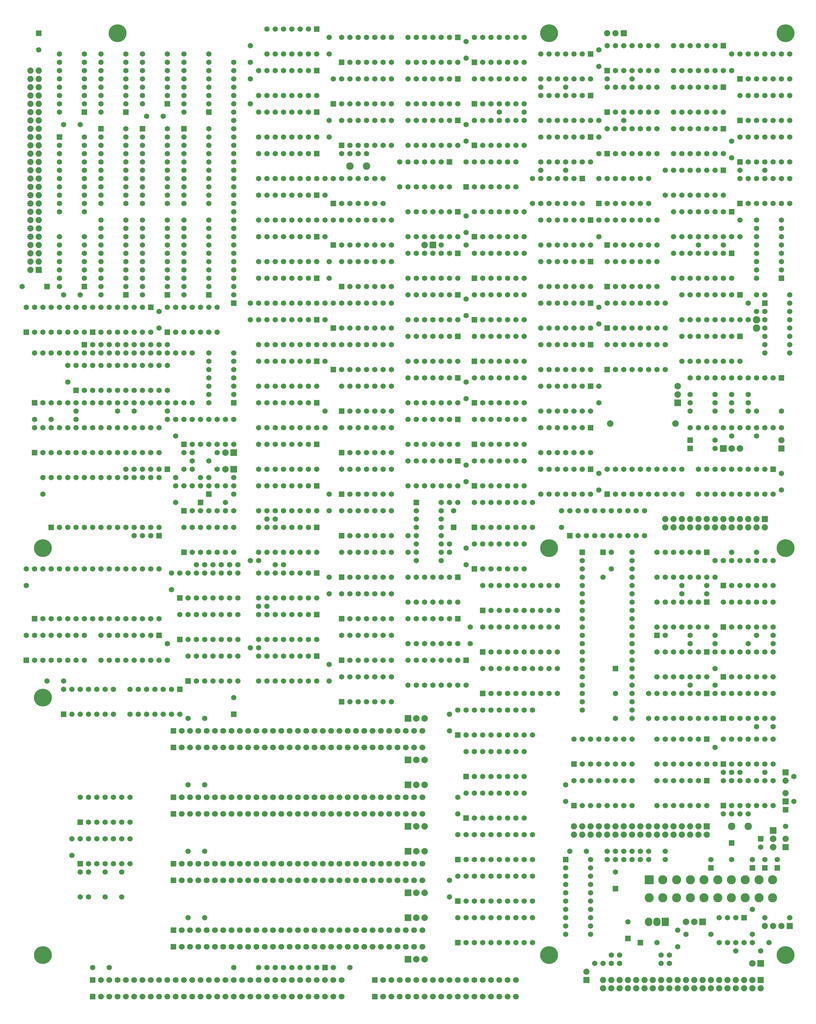
<source format=gts>
G04*
G04  File:            MAINBOARD-V10.3.2.GTS, Tue Sep 02 20:29:40 2025*
G04  Source:          P-CAD 2006 PCB, Version 19.02.958, (D:\PCAD-2006\Projects\Pentagon-4096\Hardware\MainBoard-v10.3.2.PCB)*
G04  Format:          Gerber Format (RS-274-D), ASCII*
G04*
G04  Format Options:  Absolute Positioning*
G04                   Leading-Zero Suppression*
G04                   Scale Factor 1:1*
G04                   NO Circular Interpolation*
G04                   Inch Units*
G04                   Numeric Format: 4.4 (XXXX.XXXX)*
G04                   G54 NOT Used for Aperture Change*
G04                   Apertures Embedded*
G04*
G04  File Options:    Offset = (0.0mil,0.0mil)*
G04                   Drill Symbol Size = 80.0mil*
G04                   No Pad/Via Holes*
G04*
G04  File Contents:   Pads*
G04                   No Vias*
G04                   No Designators*
G04                   No Types*
G04                   No Values*
G04                   No Drill Symbols*
G04                   Top Mask*
G04*
%INMAINBOARD-V10.3.2.GTS*%
%ICAS*%
%MOIN*%
G04*
G04  Aperture MACROs for general use --- invoked via D-code assignment *
G04*
G04  General MACRO for flashed round with rotation and/or offset hole *
%AMROTOFFROUND*
1,1,$1,0.0000,0.0000*
1,0,$2,$3,$4*%
G04*
G04  General MACRO for flashed oval (obround) with rotation and/or offset hole *
%AMROTOFFOVAL*
21,1,$1,$2,0.0000,0.0000,$3*
1,1,$4,$5,$6*
1,1,$4,0-$5,0-$6*
1,0,$7,$8,$9*%
G04*
G04  General MACRO for flashed oval (obround) with rotation and no hole *
%AMROTOVALNOHOLE*
21,1,$1,$2,0.0000,0.0000,$3*
1,1,$4,$5,$6*
1,1,$4,0-$5,0-$6*%
G04*
G04  General MACRO for flashed rectangle with rotation and/or offset hole *
%AMROTOFFRECT*
21,1,$1,$2,0.0000,0.0000,$3*
1,0,$4,$5,$6*%
G04*
G04  General MACRO for flashed rectangle with rotation and no hole *
%AMROTRECTNOHOLE*
21,1,$1,$2,0.0000,0.0000,$3*%
G04*
G04  General MACRO for flashed rounded-rectangle *
%AMROUNDRECT*
21,1,$1,$2-$4,0.0000,0.0000,$3*
21,1,$1-$4,$2,0.0000,0.0000,$3*
1,1,$4,$5,$6*
1,1,$4,$7,$8*
1,1,$4,0-$5,0-$6*
1,1,$4,0-$7,0-$8*
1,0,$9,$10,$11*%
G04*
G04  General MACRO for flashed rounded-rectangle with rotation and no hole *
%AMROUNDRECTNOHOLE*
21,1,$1,$2-$4,0.0000,0.0000,$3*
21,1,$1-$4,$2,0.0000,0.0000,$3*
1,1,$4,$5,$6*
1,1,$4,$7,$8*
1,1,$4,0-$5,0-$6*
1,1,$4,0-$7,0-$8*%
G04*
G04  General MACRO for flashed regular polygon *
%AMREGPOLY*
5,1,$1,0.0000,0.0000,$2,$3+$4*
1,0,$5,$6,$7*%
G04*
G04  General MACRO for flashed regular polygon with no hole *
%AMREGPOLYNOHOLE*
5,1,$1,0.0000,0.0000,$2,$3+$4*%
G04*
G04  General MACRO for target *
%AMTARGET*
6,0,0,$1,$2,$3,4,$4,$5,$6*%
G04*
G04  General MACRO for mounting hole *
%AMMTHOLE*
1,1,$1,0,0*
1,0,$2,0,0*
$1=$1-$2*
$1=$1/2*
21,1,$2+$1,$3,0,0,$4*
21,1,$3,$2+$1,0,0,$4*%
G04*
G04*
G04  D10 : "Ellipse X8.0mil Y8.0mil H0.0mil 0.0deg (0.0mil,0.0mil) Draw"*
G04  Disc: OuterDia=0.0080*
%ADD10C, 0.0080*%
G04  D11 : "Ellipse X10.0mil Y10.0mil H0.0mil 0.0deg (0.0mil,0.0mil) Draw"*
G04  Disc: OuterDia=0.0100*
%ADD11C, 0.0100*%
G04  D12 : "Ellipse X15.0mil Y15.0mil H0.0mil 0.0deg (0.0mil,0.0mil) Draw"*
G04  Disc: OuterDia=0.0150*
%ADD12C, 0.0150*%
G04  D13 : "Ellipse X25.0mil Y25.0mil H0.0mil 0.0deg (0.0mil,0.0mil) Draw"*
G04  Disc: OuterDia=0.0250*
%ADD13C, 0.0250*%
G04  D14 : "Ellipse X30.0mil Y30.0mil H0.0mil 0.0deg (0.0mil,0.0mil) Draw"*
G04  Disc: OuterDia=0.0300*
%ADD14C, 0.0300*%
G04  D15 : "Ellipse X40.0mil Y40.0mil H0.0mil 0.0deg (0.0mil,0.0mil) Draw"*
G04  Disc: OuterDia=0.0400*
%ADD15C, 0.0400*%
G04  D16 : "Ellipse X5.0mil Y5.0mil H0.0mil 0.0deg (0.0mil,0.0mil) Draw"*
G04  Disc: OuterDia=0.0050*
%ADD16C, 0.0050*%
G04  D17 : "Ellipse X6.0mil Y6.0mil H0.0mil 0.0deg (0.0mil,0.0mil) Draw"*
G04  Disc: OuterDia=0.0060*
%ADD17C, 0.0060*%
G04  D18 : "Ellipse X9.8mil Y9.8mil H0.0mil 0.0deg (0.0mil,0.0mil) Draw"*
G04  Disc: OuterDia=0.0098*
%ADD18C, 0.0098*%
G04  D19 : "Ellipse X110.0mil Y110.0mil H0.0mil 0.0deg (0.0mil,0.0mil) Flash"*
G04  Disc: OuterDia=0.1100*
%ADD19C, 0.1100*%
G04  D20 : "Ellipse X200.0mil Y200.0mil H0.0mil 0.0deg (0.0mil,0.0mil) Flash"*
G04  Disc: OuterDia=0.2000*
%ADD20C, 0.2000*%
G04  D21 : "Ellipse X215.0mil Y215.0mil H0.0mil 0.0deg (0.0mil,0.0mil) Flash"*
G04  Disc: OuterDia=0.2150*
%ADD21C, 0.2150*%
G04  D22 : "Ellipse X50.0mil Y50.0mil H0.0mil 0.0deg (0.0mil,0.0mil) Flash"*
G04  Disc: OuterDia=0.0500*
%ADD22C, 0.0500*%
G04  D23 : "Ellipse X56.0mil Y56.0mil H0.0mil 0.0deg (0.0mil,0.0mil) Flash"*
G04  Disc: OuterDia=0.0560*
%ADD23C, 0.0560*%
G04  D24 : "Ellipse X60.0mil Y60.0mil H0.0mil 0.0deg (0.0mil,0.0mil) Flash"*
G04  Disc: OuterDia=0.0600*
%ADD24C, 0.0600*%
G04  D25 : "Ellipse X64.0mil Y64.0mil H0.0mil 0.0deg (0.0mil,0.0mil) Flash"*
G04  Disc: OuterDia=0.0640*
%ADD25C, 0.0640*%
G04  D26 : "Ellipse X65.0mil Y65.0mil H0.0mil 0.0deg (0.0mil,0.0mil) Flash"*
G04  Disc: OuterDia=0.0650*
%ADD26C, 0.0650*%
G04  D27 : "Ellipse X71.0mil Y71.0mil H0.0mil 0.0deg (0.0mil,0.0mil) Flash"*
G04  Disc: OuterDia=0.0710*
%ADD27C, 0.0710*%
G04  D28 : "Ellipse X75.0mil Y75.0mil H0.0mil 0.0deg (0.0mil,0.0mil) Flash"*
G04  Disc: OuterDia=0.0750*
%ADD28C, 0.0750*%
G04  D29 : "Ellipse X79.0mil Y79.0mil H0.0mil 0.0deg (0.0mil,0.0mil) Flash"*
G04  Disc: OuterDia=0.0790*
%ADD29C, 0.0790*%
G04  D30 : "Ellipse X90.0mil Y90.0mil H0.0mil 0.0deg (0.0mil,0.0mil) Flash"*
G04  Disc: OuterDia=0.0900*
%ADD30C, 0.0900*%
G04  D31 : "Ellipse X95.0mil Y95.0mil H0.0mil 0.0deg (0.0mil,0.0mil) Flash"*
G04  Disc: OuterDia=0.0950*
%ADD31C, 0.0950*%
G04  D32 : "Mounting Hole X200.0mil Y200.0mil H0.0mil 0.0deg (0.0mil,0.0mil) Flash"*
G04  Mounting Hole: Diameter=0.2000, Rotation=0.0, LineWidth=0.0050 *
%ADD32MTHOLE, 0.2000 X0.1800 X0.0050 X0.0*%
G04  D33 : "Oval X75.0mil Y87.0mil H0.0mil 0.0deg (0.0mil,0.0mil) Flash"*
G04  Obround: DimX=0.0750, DimY=0.0870, Rotation=0.0, OffsetX=0.0000, OffsetY=0.0000, HoleDia=0.0000 *
%ADD33O, 0.0750 X0.0870*%
G04  D34 : "Oval X90.0mil Y102.0mil H0.0mil 0.0deg (0.0mil,0.0mil) Flash"*
G04  Obround: DimX=0.0900, DimY=0.1020, Rotation=0.0, OffsetX=0.0000, OffsetY=0.0000, HoleDia=0.0000 *
%ADD34O, 0.0900 X0.1020*%
G04  D35 : "Rectangle X110.0mil Y110.0mil H0.0mil 0.0deg (0.0mil,0.0mil) Flash"*
G04  Square: Side=0.1100, Rotation=0.0, OffsetX=0.0000, OffsetY=0.0000, HoleDia=0.0000*
%ADD35R, 0.1100 X0.1100*%
G04  D36 : "Rectangle X50.0mil Y50.0mil H0.0mil 0.0deg (0.0mil,0.0mil) Flash"*
G04  Square: Side=0.0500, Rotation=0.0, OffsetX=0.0000, OffsetY=0.0000, HoleDia=0.0000*
%ADD36R, 0.0500 X0.0500*%
G04  D37 : "Rectangle X56.0mil Y56.0mil H0.0mil 0.0deg (0.0mil,0.0mil) Flash"*
G04  Square: Side=0.0560, Rotation=0.0, OffsetX=0.0000, OffsetY=0.0000, HoleDia=0.0000*
%ADD37R, 0.0560 X0.0560*%
G04  D38 : "Rectangle X60.0mil Y60.0mil H0.0mil 0.0deg (0.0mil,0.0mil) Flash"*
G04  Square: Side=0.0600, Rotation=0.0, OffsetX=0.0000, OffsetY=0.0000, HoleDia=0.0000*
%ADD38R, 0.0600 X0.0600*%
G04  D39 : "Rectangle X64.0mil Y64.0mil H0.0mil 0.0deg (0.0mil,0.0mil) Flash"*
G04  Square: Side=0.0640, Rotation=0.0, OffsetX=0.0000, OffsetY=0.0000, HoleDia=0.0000*
%ADD39R, 0.0640 X0.0640*%
G04  D40 : "Rectangle X65.0mil Y65.0mil H0.0mil 0.0deg (0.0mil,0.0mil) Flash"*
G04  Square: Side=0.0650, Rotation=0.0, OffsetX=0.0000, OffsetY=0.0000, HoleDia=0.0000*
%ADD40R, 0.0650 X0.0650*%
G04  D41 : "Rectangle X71.0mil Y71.0mil H0.0mil 0.0deg (0.0mil,0.0mil) Flash"*
G04  Square: Side=0.0710, Rotation=0.0, OffsetX=0.0000, OffsetY=0.0000, HoleDia=0.0000*
%ADD41R, 0.0710 X0.0710*%
G04  D42 : "Rectangle X75.0mil Y75.0mil H0.0mil 0.0deg (0.0mil,0.0mil) Flash"*
G04  Square: Side=0.0750, Rotation=0.0, OffsetX=0.0000, OffsetY=0.0000, HoleDia=0.0000*
%ADD42R, 0.0750 X0.0750*%
G04  D43 : "Rectangle X75.0mil Y87.0mil H0.0mil 0.0deg (0.0mil,0.0mil) Flash"*
G04  Rectangular: DimX=0.0750, DimY=0.0870, Rotation=0.0, OffsetX=0.0000, OffsetY=0.0000, HoleDia=0.0000 *
%ADD43R, 0.0750 X0.0870*%
G04  D44 : "Rectangle X79.0mil Y79.0mil H0.0mil 0.0deg (0.0mil,0.0mil) Flash"*
G04  Square: Side=0.0790, Rotation=0.0, OffsetX=0.0000, OffsetY=0.0000, HoleDia=0.0000*
%ADD44R, 0.0790 X0.0790*%
G04  D45 : "Rectangle X90.0mil Y102.0mil H0.0mil 0.0deg (0.0mil,0.0mil) Flash"*
G04  Rectangular: DimX=0.0900, DimY=0.1020, Rotation=0.0, OffsetX=0.0000, OffsetY=0.0000, HoleDia=0.0000 *
%ADD45R, 0.0900 X0.1020*%
G04  D46 : "Rectangle X95.0mil Y95.0mil H0.0mil 0.0deg (0.0mil,0.0mil) Flash"*
G04  Square: Side=0.0950, Rotation=0.0, OffsetX=0.0000, OffsetY=0.0000, HoleDia=0.0000*
%ADD46R, 0.0950 X0.0950*%
G04  D47 : "Ellipse X102.0mil Y102.0mil H0.0mil 0.0deg (0.0mil,0.0mil) Flash"*
G04  Disc: OuterDia=0.1020*
%ADD47C, 0.1020*%
G04  D48 : "Ellipse X118.0mil Y118.0mil H0.0mil 0.0deg (0.0mil,0.0mil) Flash"*
G04  Disc: OuterDia=0.1180*
%ADD48C, 0.1180*%
G04  D49 : "Ellipse X133.0mil Y133.0mil H0.0mil 0.0deg (0.0mil,0.0mil) Flash"*
G04  Disc: OuterDia=0.1330*
%ADD49C, 0.1330*%
G04  D50 : "Ellipse X20.0mil Y20.0mil H0.0mil 0.0deg (0.0mil,0.0mil) Flash"*
G04  Disc: OuterDia=0.0200*
%ADD50C, 0.0200*%
G04  D51 : "Ellipse X35.0mil Y35.0mil H0.0mil 0.0deg (0.0mil,0.0mil) Flash"*
G04  Disc: OuterDia=0.0350*
%ADD51C, 0.0350*%
G04  D52 : "Ellipse X55.0mil Y55.0mil H0.0mil 0.0deg (0.0mil,0.0mil) Flash"*
G04  Disc: OuterDia=0.0550*
%ADD52C, 0.0550*%
G04  D53 : "Ellipse X70.0mil Y70.0mil H0.0mil 0.0deg (0.0mil,0.0mil) Flash"*
G04  Disc: OuterDia=0.0700*
%ADD53C, 0.0700*%
G04  D54 : "Ellipse X87.0mil Y87.0mil H0.0mil 0.0deg (0.0mil,0.0mil) Flash"*
G04  Disc: OuterDia=0.0870*
%ADD54C, 0.0870*%
G04*
%FSLAX44Y44*%
%SFA1B1*%
%OFA0.0000B0.0000*%
G04*
G70*
G90*
G01*
D2*
%LNTop Mask*%
D26*
X154000Y123500D3*
Y125500D3*
X155000Y153500D3*
Y155500D3*
Y183500D3*
Y185500D3*
Y204500D3*
Y206500D3*
D21*
X193500Y106500D3*
Y217500D3*
D26*
X104000Y162000D3*
Y164000D3*
X107000Y175500D3*
Y177500D3*
X108500Y116500D3*
Y113500D3*
X109500Y116500D3*
Y113500D3*
X111500Y116500D3*
Y113500D3*
X119000Y144000D3*
Y142000D3*
X118000Y177500D3*
Y174500D3*
X119000Y177500D3*
Y174500D3*
Y172000D3*
Y171000D3*
X118000Y184000D3*
Y182000D3*
X121000Y167000D3*
Y165000D3*
X127500Y153500D3*
X126500D3*
X138500Y141500D3*
Y139500D3*
Y152000D3*
Y150000D3*
Y162000D3*
Y160000D3*
Y188000D3*
Y190000D3*
Y215000D3*
Y217000D3*
X148000Y155000D3*
Y157000D3*
X155000Y163500D3*
Y165500D3*
Y173500D3*
Y175500D3*
Y214500D3*
Y216500D3*
X167000Y125000D3*
Y127000D3*
X166500Y158000D3*
Y160000D3*
X172500Y105500D3*
Y106500D3*
X172000Y119000D3*
Y118000D3*
X173000D3*
Y119000D3*
D40*
Y141000D3*
D26*
Y138000D3*
X172500Y155000D3*
Y153000D3*
X175000Y118000D3*
Y119000D3*
X176000Y118000D3*
Y119000D3*
X178500Y105500D3*
Y106500D3*
D40*
X184500Y117000D3*
D26*
Y118000D3*
X185000Y131500D3*
Y129500D3*
Y135000D3*
Y138000D3*
Y141000D3*
Y143000D3*
Y152000D3*
Y154000D3*
X187000Y202500D3*
Y204500D3*
Y213000D3*
Y215000D3*
D40*
X190500Y120500D3*
D26*
Y119500D3*
X190000Y186000D3*
Y184000D3*
D40*
X193500Y124000D3*
D26*
Y122000D3*
D42*
Y128500D3*
D28*
Y127500D3*
D21*
Y155500D3*
D26*
X193000Y164500D3*
Y162500D3*
D40*
X110000Y181500D3*
D26*
Y184500D3*
X138500Y205000D3*
Y207000D3*
X155000Y193500D3*
Y195500D3*
X180500Y109500D3*
Y107500D3*
X188000Y195000D3*
Y193000D3*
X189500Y109000D3*
Y112000D3*
D42*
X193500Y119500D3*
D28*
Y120500D3*
D21*
X104000Y106500D3*
D26*
X104500Y139500D3*
X106500D3*
X119500Y150500D3*
Y152500D3*
X117000Y157000D3*
X116000D3*
D40*
X118000D3*
D26*
X115000D3*
Y172000D3*
X113000D3*
X118500Y207500D3*
X116500D3*
D21*
X113000Y217500D3*
D26*
X131000Y148500D3*
X130000D3*
X124000Y164000D3*
X127000D3*
X122000Y166000D3*
X124000D3*
X122000Y167000D3*
X125000D3*
D29*
X126000D3*
D44*
X127000D3*
D26*
X142000Y203000D3*
X143000D3*
X140000D3*
X141000D3*
D29*
X150000Y119000D3*
D44*
X148000D3*
D29*
X149000D3*
X150000Y122000D3*
D44*
X148000D3*
D29*
X149000D3*
X150000Y127000D3*
D44*
X148000D3*
D29*
X149000D3*
X150000Y130000D3*
D44*
X148000D3*
D29*
X149000D3*
D21*
X165000Y106500D3*
D26*
X162000Y208000D3*
X159000D3*
X167000Y211000D3*
X164000D3*
D21*
X165000Y217500D3*
D40*
X174500Y108500D3*
D26*
Y110500D3*
D40*
X173000Y114500D3*
D26*
Y116500D3*
X179000Y119000D3*
Y118000D3*
D40*
X178000Y145000D3*
D26*
X179000D3*
X171000Y162500D3*
Y164500D3*
X172000Y212000D3*
X175000D3*
X171000Y213500D3*
Y215500D3*
X187500Y107000D3*
X190500D3*
D30*
X187000Y122000D3*
X189000D3*
D26*
X190000Y134000D3*
X192000D3*
X185000Y139000D3*
X182000D3*
X185000Y145000D3*
X182000D3*
X192000D3*
X190000D3*
Y155000D3*
X187000D3*
Y169000D3*
X190000D3*
X187000Y172000D3*
X189000D3*
X182000Y173000D3*
X185000D3*
Y172000D3*
X182000D3*
X189000Y173000D3*
X187000D3*
X107500Y118500D3*
Y120500D3*
D21*
X104000Y137500D3*
Y155500D3*
D26*
X102000Y151000D3*
Y153000D3*
X105000Y171000D3*
X103000D3*
X108000Y172000D3*
Y171000D3*
D40*
X104500Y187000D3*
D26*
X101500D3*
X108500Y186000D3*
X106500D3*
X108500Y206500D3*
X106500D3*
X110000Y105000D3*
X112000D3*
X113500Y116500D3*
Y113500D3*
X116500Y138500D3*
X115500D3*
X118500D3*
X119500D3*
X115500Y135500D3*
X116500D3*
X119500D3*
X118500D3*
X117500Y138500D3*
X114500D3*
D40*
X120500D3*
D26*
X114500Y135500D3*
X117500D3*
X120500D3*
X115000Y165000D3*
X114000D3*
X117000D3*
X118000D3*
X116000D3*
D40*
X119000D3*
D26*
X120000Y161000D3*
Y163000D3*
X119000Y180000D3*
X118000D3*
X114000Y215000D3*
Y212000D3*
Y213000D3*
Y210000D3*
Y209000D3*
X111000Y215000D3*
Y213000D3*
Y212000D3*
Y209000D3*
Y210000D3*
X114000Y211000D3*
Y214000D3*
D40*
Y208000D3*
D26*
X111000Y214000D3*
Y211000D3*
Y208000D3*
X119000Y213000D3*
Y214000D3*
Y211000D3*
Y210000D3*
X116000Y214000D3*
Y213000D3*
Y210000D3*
Y211000D3*
X119000Y212000D3*
Y215000D3*
D40*
Y209000D3*
D26*
X116000Y215000D3*
Y212000D3*
Y209000D3*
X130000Y105000D3*
X127000D3*
D40*
Y135500D3*
D26*
Y137500D3*
X130000Y143500D3*
X129000D3*
X123500Y153500D3*
X122500D3*
X125500D3*
X124500D3*
X130000Y154000D3*
X129000D3*
D40*
X124000Y162000D3*
D26*
X127000D3*
X122000Y165000D3*
X125000D3*
D29*
X126000D3*
D44*
X127000D3*
D26*
Y177000D3*
Y178000D3*
Y175000D3*
Y174000D3*
X124000Y178000D3*
Y177000D3*
Y174000D3*
Y175000D3*
X127000Y176000D3*
Y179000D3*
D40*
Y173000D3*
D26*
X124000Y179000D3*
Y176000D3*
Y173000D3*
X129000Y183000D3*
Y185000D3*
Y209000D3*
Y212000D3*
Y216000D3*
Y214000D3*
X141000Y105000D3*
X139000D3*
X138000Y178000D3*
Y180000D3*
Y172000D3*
Y170000D3*
Y183000D3*
Y185000D3*
D30*
X141000Y201500D3*
X143000D3*
D26*
X138000Y198000D3*
Y200000D3*
X153000Y113500D3*
Y115500D3*
X148000Y142000D3*
X151000D3*
X150000D3*
X153000D3*
X154000D3*
X148000Y139000D3*
X150000D3*
X151000D3*
X153000D3*
X154000D3*
X152000Y142000D3*
X149000D3*
D40*
X155000D3*
D26*
X149000Y139000D3*
X152000D3*
X155000D3*
D29*
X150000Y135000D3*
D44*
X148000D3*
D29*
X149000D3*
D26*
X150000Y152000D3*
X149000D3*
X152000D3*
X153000D3*
X149000Y149000D3*
X150000D3*
X153000D3*
X152000D3*
X151000Y152000D3*
X148000D3*
D40*
X154000D3*
D26*
X148000Y149000D3*
X151000D3*
X154000D3*
X153000Y155000D3*
Y156000D3*
D40*
X153500Y158000D3*
D26*
Y160000D3*
X154000Y161000D3*
X153000D3*
X150000Y166000D3*
X149000D3*
X152000D3*
X153000D3*
X149000Y163000D3*
X150000D3*
X153000D3*
X152000D3*
X151000Y166000D3*
X148000D3*
D40*
X154000D3*
D26*
X148000Y163000D3*
X151000D3*
X154000D3*
X150000Y176000D3*
X149000D3*
X152000D3*
X153000D3*
X149000Y173000D3*
X150000D3*
X153000D3*
X152000D3*
X151000Y176000D3*
X148000D3*
D40*
X154000D3*
D26*
X148000Y173000D3*
X151000D3*
X154000D3*
X152000Y192000D3*
X155000D3*
X150000Y186000D3*
X149000D3*
X152000D3*
X153000D3*
X149000Y183000D3*
X150000D3*
X153000D3*
X152000D3*
X151000Y186000D3*
X148000D3*
D40*
X154000D3*
D26*
X148000Y183000D3*
X151000D3*
X154000D3*
X150000Y191000D3*
X149000D3*
X152000D3*
X153000D3*
X149000Y188000D3*
X150000D3*
X153000D3*
X152000D3*
X151000Y191000D3*
X148000D3*
D40*
X154000D3*
D26*
X148000Y188000D3*
X151000D3*
X154000D3*
D29*
X150000Y192000D3*
D44*
X151000D3*
D26*
X149000Y202000D3*
X148000D3*
X151000D3*
X152000D3*
X148000Y199000D3*
X149000D3*
X152000D3*
X151000D3*
X150000Y202000D3*
X147000D3*
D40*
X153000D3*
D26*
X147000Y199000D3*
X150000D3*
X153000D3*
X150000Y212000D3*
X149000D3*
X152000D3*
X153000D3*
X149000Y209000D3*
X150000D3*
X153000D3*
X152000D3*
X151000Y212000D3*
X148000D3*
D40*
X154000D3*
D26*
X148000Y209000D3*
X151000D3*
X154000D3*
D21*
X165000Y155500D3*
D26*
X164000Y201000D3*
X167000D3*
D40*
X176000Y108000D3*
D26*
X178000D3*
X173500Y105500D3*
Y106500D3*
X179500Y105500D3*
Y106500D3*
X170500Y105500D3*
X171500D3*
X174000Y119000D3*
Y118000D3*
X177000D3*
Y119000D3*
X173000Y135000D3*
X175000D3*
D40*
X171500Y155000D3*
D26*
Y152000D3*
X171000Y173000D3*
Y175000D3*
X179000Y177000D3*
X176000D3*
X177000D3*
X174000D3*
X173000D3*
X179000Y180000D3*
X177000D3*
X176000D3*
X173000D3*
X174000D3*
X175000Y177000D3*
X178000D3*
D40*
X172000D3*
D26*
X178000Y180000D3*
X175000D3*
X172000D3*
D29*
X180500Y174000D3*
Y175000D3*
D44*
Y173000D3*
D26*
X179000Y182000D3*
X176000D3*
X177000D3*
X174000D3*
X173000D3*
X179000Y185000D3*
X177000D3*
X176000D3*
X173000D3*
X174000D3*
X175000Y182000D3*
X178000D3*
D40*
X172000D3*
D26*
X178000Y185000D3*
X175000D3*
X172000D3*
X176000Y187000D3*
X177000D3*
X174000D3*
X173000D3*
X177000Y190000D3*
X176000D3*
X173000D3*
X174000D3*
X175000Y187000D3*
X178000D3*
D40*
X172000D3*
D26*
X178000Y190000D3*
X175000D3*
X172000D3*
X171000Y182500D3*
Y184500D3*
Y203000D3*
Y205000D3*
X175000Y197000D3*
X176000D3*
X173000D3*
X172000D3*
X176000Y200000D3*
X175000D3*
X172000D3*
X173000D3*
X174000Y197000D3*
X177000D3*
D40*
X171000D3*
D26*
X177000Y200000D3*
X174000D3*
X171000D3*
X176000Y208000D3*
X177000D3*
X174000D3*
X173000D3*
X177000Y211000D3*
X176000D3*
X173000D3*
X174000D3*
X175000Y208000D3*
X178000D3*
D40*
X172000D3*
D26*
X178000Y211000D3*
X175000D3*
X172000D3*
X171000Y207000D3*
X174000D3*
X176000Y213000D3*
X177000D3*
X174000D3*
X173000D3*
X177000Y216000D3*
X176000D3*
X173000D3*
X174000D3*
X175000Y213000D3*
X178000D3*
D40*
X172000D3*
D26*
X178000Y216000D3*
X175000D3*
X172000D3*
X191500Y108000D3*
X189500D3*
D29*
Y105500D3*
D44*
X190500D3*
D40*
X187000Y120000D3*
D26*
Y118000D3*
D40*
X189500Y117000D3*
D26*
Y118000D3*
D40*
X191000Y117000D3*
D26*
Y118000D3*
X188000Y123500D3*
X189000D3*
X191000Y128500D3*
X188000D3*
X190000Y129500D3*
X191000D3*
X188000D3*
X187000D3*
X191000Y132500D3*
X190000D3*
X187000D3*
X188000D3*
X189000Y129500D3*
X192000D3*
D40*
X186000D3*
D26*
X192000Y132500D3*
X189000D3*
X186000D3*
X190000Y124500D3*
X191000D3*
X188000D3*
X187000D3*
X191000Y127500D3*
X190000D3*
X187000D3*
X188000D3*
X189000Y124500D3*
X192000D3*
D40*
X186000D3*
D26*
X192000Y127500D3*
X189000D3*
X186000D3*
Y123500D3*
X187000D3*
Y128500D3*
X186000D3*
X185000Y144000D3*
X182000D3*
X192000D3*
X189000D3*
X190000Y140000D3*
X191000D3*
X188000D3*
X187000D3*
X191000Y143000D3*
X190000D3*
X187000D3*
X188000D3*
X189000Y140000D3*
X192000D3*
D40*
X186000D3*
D26*
X192000Y143000D3*
X189000D3*
X186000D3*
X190000Y135000D3*
X191000D3*
X188000D3*
X187000D3*
X191000Y138000D3*
X190000D3*
X187000D3*
X188000D3*
X189000Y135000D3*
X192000D3*
D40*
X186000D3*
D26*
X192000Y138000D3*
X189000D3*
X186000D3*
X190000Y151000D3*
X191000D3*
X188000D3*
X187000D3*
X191000Y154000D3*
X190000D3*
X187000D3*
X188000D3*
X189000Y151000D3*
X192000D3*
D40*
X186000D3*
D26*
X192000Y154000D3*
X189000D3*
X186000D3*
X190000Y146000D3*
X191000D3*
X188000D3*
X187000D3*
X191000Y149000D3*
X190000D3*
X187000D3*
X188000D3*
X189000Y146000D3*
X192000D3*
D40*
X186000D3*
D26*
X192000Y149000D3*
X189000D3*
X186000D3*
X184000Y165000D3*
X183000D3*
X187000D3*
X186000D3*
X190000D3*
X189000D3*
D40*
X192000D3*
D26*
X184000Y162000D3*
X183000D3*
X187000D3*
X186000D3*
X190000D3*
X189000D3*
X192000D3*
X185000Y165000D3*
X188000D3*
X191000D3*
X185000Y162000D3*
X188000D3*
X191000D3*
D40*
X182000Y167500D3*
D26*
X185000D3*
D29*
X188000D3*
D44*
X186000D3*
D29*
X187000D3*
D26*
X185000Y174000D3*
X182000D3*
X189000D3*
X187000D3*
X183000Y192000D3*
X186000D3*
X189000Y185000D3*
Y183000D3*
X188000Y201000D3*
X191000D3*
X194500Y125000D3*
Y128000D3*
D40*
X103500Y217500D3*
D26*
Y215500D3*
X111000Y145000D3*
X114000D3*
X113000D3*
X116000D3*
X117000D3*
X111000Y142000D3*
X113000D3*
X114000D3*
X116000D3*
X117000D3*
X115000Y145000D3*
X112000D3*
D40*
X118000D3*
D26*
X112000Y142000D3*
X115000D3*
X118000D3*
X114000Y194000D3*
Y195000D3*
Y191000D3*
Y192000D3*
Y188000D3*
Y189000D3*
D40*
Y186000D3*
D26*
X111000Y194000D3*
Y195000D3*
Y191000D3*
Y192000D3*
Y188000D3*
Y189000D3*
Y186000D3*
X114000Y193000D3*
Y190000D3*
Y187000D3*
X111000Y193000D3*
Y190000D3*
Y187000D3*
X119000Y194000D3*
Y195000D3*
Y191000D3*
Y192000D3*
Y188000D3*
Y189000D3*
D40*
Y186000D3*
D26*
X116000Y194000D3*
Y195000D3*
Y191000D3*
Y192000D3*
Y188000D3*
Y189000D3*
Y186000D3*
X119000Y193000D3*
Y190000D3*
Y187000D3*
X116000Y193000D3*
Y190000D3*
Y187000D3*
X120000Y169000D3*
Y171000D3*
X113000Y184500D3*
X112000D3*
X115000D3*
X116000D3*
X112000Y181500D3*
X113000D3*
X116000D3*
X115000D3*
X114000Y184500D3*
X111000D3*
D40*
X117000D3*
D26*
X111000Y181500D3*
X114000D3*
X117000D3*
X138000Y193000D3*
Y195000D3*
X153000Y133500D3*
Y135500D3*
X150000Y147000D3*
X149000D3*
X152000D3*
X153000D3*
X149000Y144000D3*
X150000D3*
X153000D3*
X152000D3*
X151000Y147000D3*
X148000D3*
D40*
X154000D3*
D26*
X148000Y144000D3*
X151000D3*
X154000D3*
X155500Y146000D3*
Y144000D3*
X149000Y154000D3*
Y157000D3*
Y156000D3*
Y159000D3*
Y160000D3*
X152000Y154000D3*
Y156000D3*
Y157000D3*
Y160000D3*
Y159000D3*
X149000Y158000D3*
Y155000D3*
D40*
Y161000D3*
D26*
X152000Y155000D3*
Y158000D3*
Y161000D3*
X150000Y196000D3*
X149000D3*
X152000D3*
X153000D3*
X149000Y193000D3*
X150000D3*
X153000D3*
X152000D3*
X151000Y196000D3*
X148000D3*
D40*
X154000D3*
D26*
X148000Y193000D3*
X151000D3*
X154000D3*
X150000Y171000D3*
X149000D3*
X152000D3*
X153000D3*
X149000Y168000D3*
X150000D3*
X153000D3*
X152000D3*
X151000Y171000D3*
X148000D3*
D40*
X154000D3*
D26*
X148000Y168000D3*
X151000D3*
X154000D3*
X150000Y181000D3*
X149000D3*
X152000D3*
X153000D3*
X149000Y178000D3*
X150000D3*
X153000D3*
X152000D3*
X151000Y181000D3*
X148000D3*
D40*
X154000D3*
D26*
X148000Y178000D3*
X151000D3*
X154000D3*
X150000Y217000D3*
X149000D3*
X152000D3*
X153000D3*
X149000Y214000D3*
X150000D3*
X153000D3*
X152000D3*
X151000Y217000D3*
X148000D3*
D40*
X154000D3*
D26*
X148000Y214000D3*
X151000D3*
X154000D3*
X150000Y207000D3*
X149000D3*
X152000D3*
X153000D3*
X149000Y204000D3*
X150000D3*
X153000D3*
X152000D3*
X151000Y207000D3*
X148000D3*
D40*
X154000D3*
D26*
X148000Y204000D3*
X151000D3*
X154000D3*
D45*
X179000Y110500D3*
D34*
X177000D3*
X178000D3*
D26*
X171000Y193000D3*
Y195000D3*
X176000Y192000D3*
X177000D3*
X174000D3*
X173000D3*
X177000Y195000D3*
X176000D3*
X173000D3*
X174000D3*
X175000Y192000D3*
X178000D3*
D40*
X172000D3*
D26*
X178000Y195000D3*
X175000D3*
X172000D3*
D29*
X180250Y170500D3*
X172375D3*
D26*
X176000Y203000D3*
X177000D3*
X174000D3*
X173000D3*
X177000Y206000D3*
X176000D3*
X173000D3*
X174000D3*
X175000Y203000D3*
X178000D3*
D40*
X172000D3*
D26*
X178000Y206000D3*
X175000D3*
X172000D3*
X186500Y111000D3*
X185500D3*
D40*
X188500D3*
D26*
X186500Y108000D3*
X185500D3*
X188500D3*
X187500Y111000D3*
Y108000D3*
D29*
X192000Y119500D3*
D44*
Y121500D3*
D29*
Y120500D3*
D40*
X182000Y168500D3*
D26*
X185000D3*
D30*
X190000Y183000D3*
Y182000D3*
D26*
X106000Y197000D3*
Y196000D3*
Y200000D3*
Y199000D3*
Y203000D3*
Y202000D3*
D40*
Y205000D3*
D26*
X109000Y197000D3*
Y196000D3*
Y200000D3*
Y199000D3*
Y203000D3*
Y202000D3*
Y205000D3*
X106000Y198000D3*
Y201000D3*
Y204000D3*
X109000Y198000D3*
Y201000D3*
Y204000D3*
D28*
X102500Y212000D3*
Y213000D3*
Y209000D3*
Y210000D3*
Y206000D3*
Y207000D3*
Y203000D3*
Y204000D3*
Y200000D3*
Y201000D3*
Y197000D3*
Y198000D3*
Y194000D3*
Y195000D3*
Y191000D3*
Y192000D3*
Y189000D3*
Y211000D3*
Y208000D3*
Y205000D3*
Y202000D3*
Y199000D3*
Y196000D3*
Y193000D3*
Y190000D3*
X103500Y212000D3*
Y213000D3*
Y209000D3*
Y210000D3*
Y206000D3*
Y207000D3*
Y203000D3*
Y204000D3*
Y200000D3*
Y201000D3*
Y197000D3*
Y198000D3*
Y194000D3*
Y195000D3*
Y191000D3*
Y192000D3*
D42*
Y189000D3*
D28*
Y211000D3*
Y208000D3*
Y205000D3*
Y202000D3*
Y199000D3*
Y196000D3*
Y193000D3*
Y190000D3*
D26*
X111000Y198000D3*
Y197000D3*
Y201000D3*
Y200000D3*
Y204000D3*
Y203000D3*
D40*
Y206000D3*
D26*
X114000Y198000D3*
Y197000D3*
Y201000D3*
Y200000D3*
Y204000D3*
Y203000D3*
Y206000D3*
X111000Y199000D3*
Y202000D3*
Y205000D3*
X114000Y199000D3*
Y202000D3*
Y205000D3*
X116000Y198000D3*
Y197000D3*
Y201000D3*
Y200000D3*
Y204000D3*
Y203000D3*
D40*
Y206000D3*
D26*
X119000Y198000D3*
Y197000D3*
Y201000D3*
Y200000D3*
Y204000D3*
Y203000D3*
Y206000D3*
X116000Y199000D3*
Y202000D3*
Y205000D3*
X119000Y199000D3*
Y202000D3*
Y205000D3*
X127000Y214000D3*
Y213000D3*
Y211000D3*
Y210000D3*
Y208000D3*
Y207000D3*
Y205000D3*
Y204000D3*
Y202000D3*
Y201000D3*
Y199000D3*
Y198000D3*
Y196000D3*
Y195000D3*
Y193000D3*
Y192000D3*
Y190000D3*
Y189000D3*
Y187000D3*
Y186000D3*
Y212000D3*
Y209000D3*
Y206000D3*
Y203000D3*
Y200000D3*
Y197000D3*
Y194000D3*
Y191000D3*
Y188000D3*
D40*
Y185000D3*
D29*
X150000Y106000D3*
D44*
X148000D3*
D29*
X149000D3*
D26*
X123500Y119000D3*
X121500D3*
X123500Y127000D3*
X121500D3*
D40*
X123000Y161000D3*
D26*
X126000D3*
X123000Y164000D3*
X120000D3*
X181500Y109000D3*
X184500D3*
D42*
X194000Y110000D3*
D28*
X193000D3*
X191000D3*
X192000D3*
D26*
X167500Y119000D3*
X169500D3*
X184000Y151000D3*
X181000D3*
X193000Y172000D3*
X190000D3*
D42*
X174000Y217500D3*
D28*
X172000D3*
X173000D3*
D26*
X131000Y105000D3*
X133000D3*
X134000D3*
X136000D3*
X137000D3*
X132000D3*
X135000D3*
D40*
X138000D3*
D26*
X112500Y117500D3*
X113500D3*
X110500D3*
X109500D3*
X113500Y120500D3*
X112500D3*
X109500D3*
X110500D3*
X111500Y117500D3*
X114500D3*
D40*
X108500D3*
D26*
X114500Y120500D3*
X111500D3*
X108500D3*
X123500Y111000D3*
X121500D3*
D29*
X150000Y114000D3*
D44*
X148000D3*
D29*
X149000D3*
X150000Y111000D3*
D44*
X148000D3*
D29*
X149000D3*
D26*
X112500Y122500D3*
X113500D3*
X110500D3*
X109500D3*
X113500Y125500D3*
X112500D3*
X109500D3*
X110500D3*
X111500Y122500D3*
X114500D3*
D40*
X108500D3*
D26*
X114500Y125500D3*
X111500D3*
X108500D3*
X130000Y142500D3*
X133000D3*
X132000D3*
X135000D3*
X136000D3*
X130000Y139500D3*
X132000D3*
X133000D3*
X136000D3*
X135000D3*
X134000Y142500D3*
X131000D3*
D40*
X137000D3*
D26*
X131000Y139500D3*
X134000D3*
X137000D3*
X144000Y142000D3*
X145000D3*
X142000D3*
X141000D3*
X145000Y145000D3*
X144000D3*
X141000D3*
X142000D3*
X143000Y142000D3*
X146000D3*
D40*
X140000D3*
D26*
X146000Y145000D3*
X143000D3*
X140000D3*
X144000Y137000D3*
X145000D3*
X142000D3*
X141000D3*
X145000Y140000D3*
X144000D3*
X141000D3*
X142000D3*
X143000Y137000D3*
X146000D3*
D40*
X140000D3*
D26*
X146000Y140000D3*
X143000D3*
X140000D3*
X125500Y139500D3*
X126500D3*
X123500D3*
X122500D3*
X126500Y142500D3*
X125500D3*
X122500D3*
X123500D3*
X124500Y139500D3*
X127500D3*
D40*
X121500D3*
D26*
X127500Y142500D3*
X124500D3*
X121500D3*
X110500Y135500D3*
X111500D3*
X108500D3*
X107500D3*
X111500Y138500D3*
X110500D3*
X107500D3*
X108500D3*
X109500Y135500D3*
X112500D3*
D40*
X106500D3*
D26*
X112500Y138500D3*
X109500D3*
X106500D3*
X123500Y135000D3*
X121500D3*
X130000Y152500D3*
X133000D3*
X132000D3*
X135000D3*
X136000D3*
X130000Y149500D3*
X132000D3*
X133000D3*
X135000D3*
X136000D3*
X134000Y152500D3*
X131000D3*
D40*
X137000D3*
D26*
X131000Y149500D3*
X134000D3*
X137000D3*
X144000Y147000D3*
X145000D3*
X142000D3*
X141000D3*
X145000Y150000D3*
X144000D3*
X141000D3*
X142000D3*
X143000Y147000D3*
X146000D3*
D40*
X140000D3*
D26*
X146000Y150000D3*
X143000D3*
X140000D3*
X144000Y152000D3*
X145000D3*
X142000D3*
X141000D3*
X145000Y155000D3*
X144000D3*
X141000D3*
X142000D3*
X143000Y152000D3*
X146000D3*
D40*
X140000D3*
D26*
X146000Y155000D3*
X143000D3*
X140000D3*
X133000Y153500D3*
X132000D3*
X127500Y149500D3*
X124500D3*
X125500D3*
X122500D3*
X121500D3*
X127500Y152500D3*
X125500D3*
X124500D3*
X122500D3*
X121500D3*
X123500Y149500D3*
X126500D3*
D40*
X120500D3*
D26*
X126500Y152500D3*
X123500D3*
X120500D3*
X118000Y158000D3*
X116000D3*
X115000D3*
X113000D3*
X112000D3*
X110000D3*
X109000D3*
X107000D3*
X106000D3*
X118000Y164000D3*
X116000D3*
X115000D3*
X113000D3*
X112000D3*
X110000D3*
X109000D3*
X107000D3*
X106000D3*
X117000Y158000D3*
X114000D3*
X111000D3*
X108000D3*
D40*
X105000D3*
D26*
X117000Y164000D3*
X114000D3*
X111000D3*
X105000D3*
X108000D3*
X144000Y162000D3*
X145000D3*
X142000D3*
X141000D3*
X145000Y165000D3*
X144000D3*
X141000D3*
X142000D3*
X143000Y162000D3*
X146000D3*
D40*
X140000D3*
D26*
X146000Y165000D3*
X143000D3*
X140000D3*
X130000Y168000D3*
X133000D3*
X132000D3*
X135000D3*
X136000D3*
X130000Y165000D3*
X132000D3*
X133000D3*
X135000D3*
X136000D3*
X134000Y168000D3*
X131000D3*
D40*
X137000D3*
D26*
X131000Y165000D3*
X134000D3*
X137000D3*
X130000Y163000D3*
X133000D3*
X132000D3*
X135000D3*
X136000D3*
X130000Y160000D3*
X132000D3*
X133000D3*
X135000D3*
X136000D3*
X134000Y163000D3*
X131000D3*
D40*
X137000D3*
D26*
X131000Y160000D3*
X134000D3*
X137000D3*
X125000D3*
X126000D3*
X123000D3*
X122000D3*
X126000Y163000D3*
X125000D3*
X122000D3*
X123000D3*
X124000Y160000D3*
X127000D3*
D40*
X121000D3*
D26*
X127000Y163000D3*
X124000D3*
X121000D3*
X131000Y159000D3*
X132000D3*
X110000Y180000D3*
X111000D3*
X113000D3*
X114000D3*
X116000D3*
X117000D3*
D40*
X109000D3*
D26*
X112000D3*
X115000D3*
X130000Y178000D3*
X133000D3*
X132000D3*
X135000D3*
X136000D3*
X130000Y175000D3*
X132000D3*
X133000D3*
X135000D3*
X136000D3*
X134000Y178000D3*
X131000D3*
D40*
X137000D3*
D26*
X131000Y175000D3*
X134000D3*
X137000D3*
X130000Y173000D3*
X133000D3*
X132000D3*
X135000D3*
X136000D3*
X130000Y170000D3*
X132000D3*
X133000D3*
X135000D3*
X136000D3*
X134000Y173000D3*
X131000D3*
D40*
X137000D3*
D26*
X131000Y170000D3*
X134000D3*
X137000D3*
X116000Y174500D3*
X117000D3*
X113000D3*
X114000D3*
X110000D3*
X111000D3*
D40*
X108000D3*
D26*
X116000Y177500D3*
X117000D3*
X113000D3*
X114000D3*
X110000D3*
X111000D3*
X108000D3*
X115000Y174500D3*
X112000D3*
X109000D3*
X115000Y177500D3*
X112000D3*
X109000D3*
X146000Y177000D3*
X143000D3*
X144000D3*
X141000D3*
X140000D3*
X146000Y180000D3*
X144000D3*
X143000D3*
X141000D3*
X140000D3*
X142000Y177000D3*
X145000D3*
D40*
X139000D3*
D26*
X145000Y180000D3*
X142000D3*
X139000D3*
X144000Y172000D3*
X145000D3*
X142000D3*
X141000D3*
X145000Y175000D3*
X144000D3*
X141000D3*
X142000D3*
X143000Y172000D3*
X146000D3*
D40*
X140000D3*
D26*
X146000Y175000D3*
X143000D3*
X140000D3*
X130000Y188000D3*
X133000D3*
X132000D3*
X135000D3*
X136000D3*
X130000Y185000D3*
X132000D3*
X133000D3*
X135000D3*
X136000D3*
X134000Y188000D3*
X131000D3*
D40*
X137000D3*
D26*
X131000Y185000D3*
X134000D3*
X137000D3*
X146000Y182000D3*
X143000D3*
X144000D3*
X141000D3*
X140000D3*
X146000Y185000D3*
X144000D3*
X143000D3*
X141000D3*
X140000D3*
X142000Y182000D3*
X145000D3*
D40*
X139000D3*
D26*
X145000Y185000D3*
X142000D3*
X139000D3*
X144000Y187000D3*
X145000D3*
X142000D3*
X141000D3*
X145000Y190000D3*
X144000D3*
X141000D3*
X142000D3*
X143000Y187000D3*
X146000D3*
D40*
X140000D3*
D26*
X146000Y190000D3*
X143000D3*
X140000D3*
X130000Y198000D3*
X133000D3*
X132000D3*
X135000D3*
X136000D3*
X130000Y195000D3*
X132000D3*
X133000D3*
X135000D3*
X136000D3*
X134000Y198000D3*
X131000D3*
D40*
X137000D3*
D26*
X131000Y195000D3*
X134000D3*
X137000D3*
X130000Y203000D3*
X133000D3*
X132000D3*
X135000D3*
X136000D3*
X130000Y200000D3*
X132000D3*
X133000D3*
X135000D3*
X136000D3*
X134000Y203000D3*
X131000D3*
D40*
X137000D3*
D26*
X131000Y200000D3*
X134000D3*
X137000D3*
X143000Y197000D3*
X144000D3*
X141000D3*
X140000D3*
X144000Y200000D3*
X143000D3*
X140000D3*
X141000D3*
X142000Y197000D3*
X145000D3*
D40*
X139000D3*
D26*
X145000Y200000D3*
X142000D3*
X139000D3*
X130000Y213000D3*
X133000D3*
X132000D3*
X135000D3*
X136000D3*
X130000Y210000D3*
X132000D3*
X133000D3*
X135000D3*
X136000D3*
X134000Y213000D3*
X131000D3*
D40*
X137000D3*
D26*
X131000Y210000D3*
X134000D3*
X137000D3*
X109000Y215000D3*
Y212000D3*
Y213000D3*
Y210000D3*
Y209000D3*
X106000Y215000D3*
Y213000D3*
Y212000D3*
Y209000D3*
Y210000D3*
X109000Y211000D3*
Y214000D3*
D40*
Y208000D3*
D26*
X106000Y214000D3*
Y211000D3*
Y208000D3*
X124000Y215000D3*
Y212000D3*
Y213000D3*
Y210000D3*
Y209000D3*
X121000Y215000D3*
Y213000D3*
Y212000D3*
Y209000D3*
Y210000D3*
X124000Y211000D3*
Y214000D3*
D40*
Y208000D3*
D26*
X121000Y214000D3*
Y211000D3*
Y208000D3*
X144000Y214000D3*
X145000D3*
X142000D3*
X141000D3*
X145000Y217000D3*
X144000D3*
X141000D3*
X142000D3*
X143000Y214000D3*
X146000D3*
D40*
X140000D3*
D26*
X146000Y217000D3*
X143000D3*
X140000D3*
X146000Y209000D3*
X143000D3*
X144000D3*
X141000D3*
X140000D3*
X146000Y212000D3*
X144000D3*
X143000D3*
X141000D3*
X140000D3*
X142000Y209000D3*
X145000D3*
D40*
X139000D3*
D26*
X145000Y212000D3*
X142000D3*
X139000D3*
D42*
X169500Y103500D3*
D28*
Y104500D3*
X171500Y102500D3*
X174500D3*
X173500D3*
X177500D3*
X176500D3*
X180500D3*
X179500D3*
X183500D3*
X182500D3*
X186500D3*
X185500D3*
X189500D3*
X188500D3*
X172500D3*
X175500D3*
X178500D3*
X181500D3*
X184500D3*
X187500D3*
X190500D3*
X171500Y103500D3*
X174500D3*
X173500D3*
X177500D3*
X176500D3*
X180500D3*
X179500D3*
X183500D3*
X182500D3*
X186500D3*
X185500D3*
X189500D3*
X188500D3*
X172500D3*
X175500D3*
X178500D3*
X181500D3*
X184500D3*
X187500D3*
D42*
X190500D3*
D26*
X191000Y111000D3*
X194000D3*
D19*
X177059Y113417D3*
D35*
Y115582D3*
D19*
X180366Y113417D3*
Y115582D3*
X183673Y113417D3*
Y115582D3*
X185326Y113417D3*
Y115582D3*
X188633Y113417D3*
Y115582D3*
X191940Y113417D3*
Y115582D3*
X178712Y113417D3*
X182019D3*
Y115582D3*
X178712D3*
X190287Y113417D3*
X186980D3*
X190287Y115582D3*
X186980D3*
D29*
X182500Y110500D3*
X181500D3*
D44*
X183500D3*
D40*
X192500Y117000D3*
D26*
Y118000D3*
X162000Y113000D3*
X163000D3*
X159000D3*
X160000D3*
X156000D3*
X157000D3*
D40*
X154000D3*
D26*
X162000Y116000D3*
X163000D3*
X159000D3*
X160000D3*
X156000D3*
X157000D3*
X154000D3*
X161000Y113000D3*
X158000D3*
X155000D3*
X161000Y116000D3*
X158000D3*
X155000D3*
X162000Y118000D3*
X163000D3*
X159000D3*
X160000D3*
X156000D3*
X157000D3*
D40*
X154000D3*
D26*
X162000Y121000D3*
X163000D3*
X159000D3*
X160000D3*
X156000D3*
X157000D3*
X154000D3*
X161000Y118000D3*
X158000D3*
X155000D3*
X161000Y121000D3*
X158000D3*
X155000D3*
X180000Y132500D3*
X179000D3*
X182000D3*
X183000D3*
X179000Y129500D3*
X180000D3*
X183000D3*
X182000D3*
X181000Y132500D3*
X178000D3*
D40*
X184000D3*
D26*
X178000Y129500D3*
X181000D3*
X184000D3*
X180000Y127500D3*
X179000D3*
X182000D3*
X183000D3*
X179000Y124500D3*
X180000D3*
X183000D3*
X182000D3*
X181000Y127500D3*
X178000D3*
D40*
X184000D3*
D26*
X178000Y124500D3*
X181000D3*
X184000D3*
X175000Y129500D3*
X172000D3*
X173000D3*
X170000D3*
X169000D3*
X175000Y132500D3*
X173000D3*
X172000D3*
X170000D3*
X169000D3*
X171000Y129500D3*
X174000D3*
D40*
X168000D3*
D26*
X174000Y132500D3*
X171000D3*
X168000D3*
X175000Y124500D3*
X172000D3*
X173000D3*
X170000D3*
X169000D3*
X175000Y127500D3*
X173000D3*
X172000D3*
X170000D3*
X169000D3*
X171000Y124500D3*
X174000D3*
D40*
X168000D3*
D26*
X174000Y127500D3*
X171000D3*
X168000D3*
D42*
X193500Y125000D3*
D28*
Y126000D3*
D26*
X162000Y128000D3*
X159000D3*
X160000D3*
X157000D3*
X156000D3*
X162000Y131000D3*
X160000D3*
X159000D3*
X157000D3*
X156000D3*
X158000Y128000D3*
X161000D3*
D40*
X155000D3*
D26*
X161000Y131000D3*
X158000D3*
X155000D3*
X162000Y123000D3*
X159000D3*
X160000D3*
X157000D3*
X156000D3*
X162000Y126000D3*
X160000D3*
X159000D3*
X157000D3*
X156000D3*
X158000Y123000D3*
X161000D3*
D40*
X155000D3*
D26*
X161000Y126000D3*
X158000D3*
X155000D3*
X180000Y143000D3*
X179000D3*
X182000D3*
X183000D3*
X179000Y140000D3*
X180000D3*
X183000D3*
X182000D3*
X181000Y143000D3*
X178000D3*
D40*
X184000D3*
D26*
X178000Y140000D3*
X181000D3*
X184000D3*
X177000Y138000D3*
X180000D3*
X179000D3*
X182000D3*
X183000D3*
X177000Y135000D3*
X179000D3*
X180000D3*
X183000D3*
X182000D3*
X181000Y138000D3*
X178000D3*
D40*
X184000D3*
D26*
X178000Y135000D3*
X181000D3*
X184000D3*
X165000Y138000D3*
X166000D3*
X162000D3*
X163000D3*
X159000D3*
X160000D3*
D40*
X157000D3*
D26*
X165000Y141000D3*
X166000D3*
X162000D3*
X163000D3*
X159000D3*
X160000D3*
X157000D3*
X164000Y138000D3*
X161000D3*
X158000D3*
X164000Y141000D3*
X161000D3*
X158000D3*
X180000Y149000D3*
X179000D3*
X182000D3*
X183000D3*
X179000Y146000D3*
X180000D3*
X183000D3*
X182000D3*
X181000Y149000D3*
X178000D3*
D40*
X184000D3*
D26*
X178000Y146000D3*
X181000D3*
X184000D3*
X180000Y155000D3*
X179000D3*
X182000D3*
X183000D3*
X179000Y152000D3*
X180000D3*
X183000D3*
X182000D3*
X181000Y155000D3*
X178000D3*
D40*
X184000D3*
D26*
X178000Y152000D3*
X181000D3*
X184000D3*
Y150000D3*
X181000D3*
X165000Y148000D3*
X166000D3*
X162000D3*
X163000D3*
X159000D3*
X160000D3*
D40*
X157000D3*
D26*
X165000Y151000D3*
X166000D3*
X162000D3*
X163000D3*
X159000D3*
X160000D3*
X157000D3*
X164000Y148000D3*
X161000D3*
X158000D3*
X164000Y151000D3*
X161000D3*
X158000D3*
X160000Y153000D3*
X161000D3*
X158000D3*
X157000D3*
X161000Y156000D3*
X160000D3*
X157000D3*
X158000D3*
X159000Y153000D3*
X162000D3*
D40*
X156000D3*
D26*
X162000Y156000D3*
X159000D3*
X156000D3*
X166000Y165000D3*
X165000D3*
X168000D3*
X169000D3*
X165000Y162000D3*
X166000D3*
X169000D3*
X168000D3*
X167000Y165000D3*
X164000D3*
D40*
X170000D3*
D26*
X164000Y162000D3*
X167000D3*
X170000D3*
X180000D3*
X181000D3*
X177000D3*
X178000D3*
X174000D3*
X175000D3*
D40*
X172000D3*
D26*
X180000Y165000D3*
X181000D3*
X177000D3*
X178000D3*
X174000D3*
X175000D3*
X172000D3*
X179000Y162000D3*
X176000D3*
X173000D3*
X179000Y165000D3*
X176000D3*
X173000D3*
X163000Y158000D3*
X160000D3*
X161000D3*
X158000D3*
X157000D3*
X163000Y161000D3*
X161000D3*
X160000D3*
X157000D3*
X158000D3*
X159000Y158000D3*
X162000D3*
D40*
X156000D3*
D26*
X162000Y161000D3*
X159000D3*
X156000D3*
X160000Y163000D3*
X161000D3*
X158000D3*
X157000D3*
X161000Y166000D3*
X160000D3*
X157000D3*
X158000D3*
X159000Y163000D3*
X162000D3*
D40*
X156000D3*
D26*
X162000Y166000D3*
X159000D3*
X156000D3*
X166000Y180000D3*
X165000D3*
X168000D3*
X169000D3*
X165000Y177000D3*
X166000D3*
X169000D3*
X168000D3*
X167000Y180000D3*
X164000D3*
D40*
X170000D3*
D26*
X164000Y177000D3*
X167000D3*
X170000D3*
X166000Y175000D3*
X165000D3*
X168000D3*
X169000D3*
X165000Y172000D3*
X166000D3*
X169000D3*
X168000D3*
X167000Y175000D3*
X164000D3*
D40*
X170000D3*
D26*
X164000Y172000D3*
X167000D3*
X170000D3*
X183000Y176000D3*
X184000D3*
X186000D3*
X187000D3*
X189000D3*
X190000D3*
X192000D3*
D40*
X193000D3*
D26*
X183000Y170000D3*
X184000D3*
X186000D3*
X187000D3*
X190000D3*
X189000D3*
X192000D3*
X193000D3*
X182000Y176000D3*
X185000D3*
X188000D3*
X191000D3*
X182000Y170000D3*
X185000D3*
X188000D3*
X191000D3*
X160000Y173000D3*
X161000D3*
X158000D3*
X157000D3*
X161000Y176000D3*
X160000D3*
X157000D3*
X158000D3*
X159000Y173000D3*
X162000D3*
D40*
X156000D3*
D26*
X162000Y176000D3*
X159000D3*
X156000D3*
X160000Y178000D3*
X161000D3*
X158000D3*
X157000D3*
X161000Y181000D3*
X160000D3*
X157000D3*
X158000D3*
X159000Y178000D3*
X162000D3*
D40*
X156000D3*
D26*
X162000Y181000D3*
X159000D3*
X156000D3*
X166000Y190000D3*
X165000D3*
X168000D3*
X169000D3*
X165000Y187000D3*
X166000D3*
X169000D3*
X168000D3*
X167000Y190000D3*
X164000D3*
D40*
X170000D3*
D26*
X164000Y187000D3*
X167000D3*
X170000D3*
X180000Y191000D3*
X183000D3*
X182000D3*
X185000D3*
X186000D3*
X180000Y188000D3*
X182000D3*
X183000D3*
X186000D3*
X185000D3*
X184000Y191000D3*
X181000D3*
D40*
X187000D3*
D26*
X181000Y188000D3*
X184000D3*
X187000D3*
X181000Y186000D3*
X184000D3*
X183000D3*
X186000D3*
X187000D3*
X181000Y183000D3*
X183000D3*
X184000D3*
X187000D3*
X186000D3*
X185000Y186000D3*
X182000D3*
D40*
X188000D3*
D26*
X182000Y183000D3*
X185000D3*
X188000D3*
X191000Y186000D3*
X194000D3*
X160000Y183000D3*
X161000D3*
X158000D3*
X157000D3*
X161000Y186000D3*
X160000D3*
X157000D3*
X158000D3*
X159000Y183000D3*
X162000D3*
D40*
X156000D3*
D26*
X162000Y186000D3*
X159000D3*
X156000D3*
X160000Y188000D3*
X161000D3*
X158000D3*
X157000D3*
X161000Y191000D3*
X160000D3*
X157000D3*
X158000D3*
X159000Y188000D3*
X162000D3*
D40*
X156000D3*
D26*
X162000Y191000D3*
X159000D3*
X156000D3*
X166000Y185000D3*
X165000D3*
X168000D3*
X169000D3*
X165000Y182000D3*
X166000D3*
X169000D3*
X168000D3*
X167000Y185000D3*
X164000D3*
D40*
X170000D3*
D26*
X164000Y182000D3*
X167000D3*
X170000D3*
X165000Y200000D3*
X164000D3*
X167000D3*
X168000D3*
X164000Y197000D3*
X165000D3*
X168000D3*
X167000D3*
X166000Y200000D3*
X163000D3*
D40*
X169000D3*
D26*
X163000Y197000D3*
X166000D3*
X169000D3*
X179000Y201000D3*
X182000D3*
X181000D3*
X184000D3*
X185000D3*
X179000Y198000D3*
X181000D3*
X182000D3*
X185000D3*
X184000D3*
X183000Y201000D3*
X180000D3*
D40*
X186000D3*
D26*
X180000Y198000D3*
X183000D3*
X186000D3*
X159000Y199000D3*
X160000D3*
X157000D3*
X156000D3*
X160000Y202000D3*
X159000D3*
X156000D3*
X157000D3*
X158000Y199000D3*
X161000D3*
D40*
X155000D3*
D26*
X161000Y202000D3*
X158000D3*
X155000D3*
X192000D3*
X193000D3*
X190000D3*
X189000D3*
X193000Y205000D3*
X192000D3*
X189000D3*
X190000D3*
X191000Y202000D3*
X194000D3*
D40*
X188000D3*
D26*
X194000Y205000D3*
X191000D3*
X188000D3*
X192000Y197000D3*
X193000D3*
X190000D3*
X189000D3*
X193000Y200000D3*
X192000D3*
X189000D3*
X190000D3*
X191000Y197000D3*
X194000D3*
D40*
X188000D3*
D26*
X194000Y200000D3*
X191000D3*
X188000D3*
X166000Y210000D3*
X165000D3*
X168000D3*
X169000D3*
X165000Y207000D3*
X166000D3*
X169000D3*
X168000D3*
X167000Y210000D3*
X164000D3*
D40*
X170000D3*
D26*
X164000Y207000D3*
X167000D3*
X170000D3*
X182000Y216000D3*
X181000D3*
X184000D3*
X185000D3*
X181000Y213000D3*
X182000D3*
X185000D3*
X184000D3*
X183000Y216000D3*
X180000D3*
D40*
X186000D3*
D26*
X180000Y213000D3*
X183000D3*
X186000D3*
X182000Y211000D3*
X181000D3*
X184000D3*
X185000D3*
X181000Y208000D3*
X182000D3*
X185000D3*
X184000D3*
X183000Y211000D3*
X180000D3*
D40*
X186000D3*
D26*
X180000Y208000D3*
X183000D3*
X186000D3*
X160000Y214000D3*
X161000D3*
X158000D3*
X157000D3*
X161000Y217000D3*
X160000D3*
X157000D3*
X158000D3*
X159000Y214000D3*
X162000D3*
D40*
X156000D3*
D26*
X162000Y217000D3*
X159000D3*
X156000D3*
X160000Y209000D3*
X161000D3*
X158000D3*
X157000D3*
X161000Y212000D3*
X160000D3*
X157000D3*
X158000D3*
X159000Y209000D3*
X162000D3*
D40*
X156000D3*
D26*
X162000Y212000D3*
X159000D3*
X156000D3*
X192000D3*
X193000D3*
X190000D3*
X189000D3*
X193000Y215000D3*
X192000D3*
X189000D3*
X190000D3*
X191000Y212000D3*
X194000D3*
D40*
X188000D3*
D26*
X194000Y215000D3*
X191000D3*
X188000D3*
X192000Y207000D3*
X193000D3*
X190000D3*
X189000D3*
X193000Y210000D3*
X192000D3*
X189000D3*
X190000D3*
X191000Y207000D3*
X194000D3*
D40*
X188000D3*
D26*
X194000Y210000D3*
X191000D3*
X188000D3*
X166000Y215000D3*
X165000D3*
X168000D3*
X169000D3*
X165000Y212000D3*
X166000D3*
X169000D3*
X168000D3*
X167000Y215000D3*
X164000D3*
D40*
X170000D3*
D26*
X164000Y212000D3*
X167000D3*
X170000D3*
X130000Y147500D3*
X133000D3*
X132000D3*
X135000D3*
X136000D3*
X130000Y144500D3*
X132000D3*
X133000D3*
X135000D3*
X136000D3*
X134000Y147500D3*
X131000D3*
D40*
X137000D3*
D26*
X131000Y144500D3*
X134000D3*
X137000D3*
X127500D3*
X124500D3*
X125500D3*
X122500D3*
X121500D3*
X127500Y147500D3*
X125500D3*
X124500D3*
X122500D3*
X121500D3*
X123500Y144500D3*
X126500D3*
D40*
X120500D3*
D26*
X126500Y147500D3*
X123500D3*
X120500D3*
X130000Y183000D3*
X133000D3*
X132000D3*
X135000D3*
X136000D3*
X130000Y180000D3*
X132000D3*
X133000D3*
X135000D3*
X136000D3*
X134000Y183000D3*
X131000D3*
D40*
X137000D3*
D26*
X131000Y180000D3*
X134000D3*
X137000D3*
X130000Y193000D3*
X133000D3*
X132000D3*
X135000D3*
X136000D3*
X130000Y190000D3*
X132000D3*
X133000D3*
X135000D3*
X136000D3*
X134000Y193000D3*
X131000D3*
D40*
X137000D3*
D26*
X131000Y190000D3*
X134000D3*
X137000D3*
X109000Y191000D3*
Y192000D3*
Y189000D3*
Y188000D3*
X106000Y192000D3*
Y191000D3*
Y188000D3*
Y189000D3*
X109000Y190000D3*
Y193000D3*
D40*
Y187000D3*
D26*
X106000Y193000D3*
Y190000D3*
Y187000D3*
X124000Y194000D3*
Y195000D3*
Y191000D3*
Y192000D3*
Y188000D3*
Y189000D3*
D40*
Y186000D3*
D26*
X121000Y194000D3*
Y195000D3*
Y191000D3*
Y192000D3*
Y188000D3*
Y189000D3*
Y186000D3*
X124000Y193000D3*
Y190000D3*
Y187000D3*
X121000Y193000D3*
Y190000D3*
Y187000D3*
X123000Y181500D3*
X124000D3*
X121000D3*
X120000D3*
X124000Y184500D3*
X123000D3*
X120000D3*
X121000D3*
X122000Y181500D3*
X125000D3*
D40*
X119000D3*
D26*
X125000Y184500D3*
X122000D3*
X119000D3*
X144000Y167000D3*
X145000D3*
X142000D3*
X141000D3*
X145000Y170000D3*
X144000D3*
X141000D3*
X142000D3*
X143000Y167000D3*
X146000D3*
D40*
X140000D3*
D26*
X146000Y170000D3*
X143000D3*
X140000D3*
X125000Y168000D3*
X126000D3*
X123000D3*
X122000D3*
X126000Y171000D3*
X125000D3*
X122000D3*
X123000D3*
X124000Y168000D3*
X127000D3*
D40*
X121000D3*
D26*
X127000Y171000D3*
X124000D3*
X121000D3*
X125000Y155000D3*
X126000D3*
X123000D3*
X122000D3*
X126000Y158000D3*
X125000D3*
X122000D3*
X123000D3*
X124000Y155000D3*
X127000D3*
D40*
X121000D3*
D26*
X127000Y158000D3*
X124000D3*
X121000D3*
X130000D3*
X133000D3*
X132000D3*
X135000D3*
X136000D3*
X130000Y155000D3*
X132000D3*
X133000D3*
X135000D3*
X136000D3*
X134000Y158000D3*
X131000D3*
D40*
X137000D3*
D26*
X131000Y155000D3*
X134000D3*
X137000D3*
X144000Y157000D3*
X145000D3*
X142000D3*
X141000D3*
X145000Y160000D3*
X144000D3*
X141000D3*
X142000D3*
X143000Y157000D3*
X146000D3*
D40*
X140000D3*
D26*
X146000Y160000D3*
X143000D3*
X140000D3*
X146000Y192000D3*
X143000D3*
X144000D3*
X141000D3*
X140000D3*
X146000Y195000D3*
X144000D3*
X143000D3*
X141000D3*
X140000D3*
X142000Y192000D3*
X145000D3*
D40*
X139000D3*
D26*
X145000Y195000D3*
X142000D3*
X139000D3*
X130000Y208000D3*
X133000D3*
X132000D3*
X135000D3*
X136000D3*
X130000Y205000D3*
X132000D3*
X133000D3*
X135000D3*
X136000D3*
X134000Y208000D3*
X131000D3*
D40*
X137000D3*
D26*
X131000Y205000D3*
X134000D3*
X137000D3*
X144000Y204000D3*
X145000D3*
X142000D3*
X141000D3*
X145000Y207000D3*
X144000D3*
X141000D3*
X142000D3*
X143000Y204000D3*
X146000D3*
D40*
X140000D3*
D26*
X146000Y207000D3*
X143000D3*
X140000D3*
X133000Y218000D3*
X132000D3*
X135000D3*
X136000D3*
X132000Y215000D3*
X133000D3*
X136000D3*
X135000D3*
X134000Y218000D3*
X131000D3*
D40*
X137000D3*
D26*
X131000Y215000D3*
X134000D3*
X137000D3*
D28*
X169000Y121000D3*
X168000D3*
X172000D3*
X171000D3*
X175000D3*
X174000D3*
X178000D3*
X177000D3*
X181000D3*
X180000D3*
X183000D3*
X184000D3*
X170000D3*
X173000D3*
X176000D3*
X179000D3*
X182000D3*
X169000Y122000D3*
X168000D3*
X172000D3*
X171000D3*
X175000D3*
X174000D3*
X178000D3*
X177000D3*
X181000D3*
X180000D3*
X183000D3*
D42*
X184000D3*
D28*
X170000D3*
X173000D3*
X176000D3*
X179000D3*
X182000D3*
D26*
X167000Y110000D3*
Y109000D3*
Y113000D3*
Y112000D3*
Y116000D3*
Y115000D3*
D40*
Y118000D3*
D26*
X170000Y110000D3*
Y109000D3*
Y113000D3*
Y112000D3*
Y116000D3*
Y115000D3*
Y118000D3*
X167000Y111000D3*
Y114000D3*
Y117000D3*
X170000Y111000D3*
Y114000D3*
Y117000D3*
X162000Y108000D3*
X163000D3*
X159000D3*
X160000D3*
X156000D3*
X157000D3*
D40*
X154000D3*
D26*
X162000Y111000D3*
X163000D3*
X159000D3*
X160000D3*
X156000D3*
X157000D3*
X154000D3*
X161000Y108000D3*
X158000D3*
X155000D3*
X161000Y111000D3*
X158000D3*
X155000D3*
X162000Y133000D3*
X163000D3*
X159000D3*
X160000D3*
X156000D3*
X157000D3*
D40*
X154000D3*
D26*
X162000Y136000D3*
X163000D3*
X159000D3*
X160000D3*
X156000D3*
X157000D3*
X154000D3*
X161000Y133000D3*
X158000D3*
X155000D3*
X161000Y136000D3*
X158000D3*
X155000D3*
X165000Y143000D3*
X166000D3*
X162000D3*
X163000D3*
X159000D3*
X160000D3*
D40*
X157000D3*
D26*
X165000Y146000D3*
X166000D3*
X162000D3*
X163000D3*
X159000D3*
X160000D3*
X157000D3*
X164000Y143000D3*
X161000D3*
X158000D3*
X164000Y146000D3*
X161000D3*
X158000D3*
X166000Y195000D3*
X165000D3*
X168000D3*
X169000D3*
X165000Y192000D3*
X166000D3*
X169000D3*
X168000D3*
X167000Y195000D3*
X164000D3*
D40*
X170000D3*
D26*
X164000Y192000D3*
X167000D3*
X170000D3*
X166000Y170000D3*
X165000D3*
X168000D3*
X169000D3*
X165000Y167000D3*
X166000D3*
X169000D3*
X168000D3*
X167000Y170000D3*
X164000D3*
D40*
X170000D3*
D26*
X164000Y167000D3*
X167000D3*
X170000D3*
X180000Y196000D3*
X183000D3*
X182000D3*
X185000D3*
X186000D3*
X180000Y193000D3*
X182000D3*
X183000D3*
X186000D3*
X185000D3*
X184000Y196000D3*
X181000D3*
D40*
X187000D3*
D26*
X181000Y193000D3*
X184000D3*
X187000D3*
X181000Y181000D3*
X184000D3*
X183000D3*
X186000D3*
X187000D3*
X181000Y178000D3*
X183000D3*
X184000D3*
X187000D3*
X186000D3*
X185000Y181000D3*
X182000D3*
D40*
X188000D3*
D26*
X182000Y178000D3*
X185000D3*
X188000D3*
X175500Y157000D3*
X176500D3*
X172500D3*
X173500D3*
X169500D3*
X170500D3*
D40*
X167500D3*
D26*
X175500Y160000D3*
X176500D3*
X172500D3*
X173500D3*
X169500D3*
X170500D3*
X167500D3*
X174500Y157000D3*
X171500D3*
X168500D3*
X174500Y160000D3*
X171500D3*
X168500D3*
X193000Y195000D3*
Y192000D3*
Y193000D3*
Y190000D3*
Y189000D3*
X190000Y195000D3*
Y193000D3*
Y192000D3*
Y189000D3*
Y190000D3*
X193000Y191000D3*
Y194000D3*
D40*
Y188000D3*
D26*
X190000Y194000D3*
Y191000D3*
Y188000D3*
X191000Y181000D3*
Y180000D3*
Y183000D3*
Y184000D3*
X194000Y180000D3*
Y181000D3*
Y184000D3*
Y183000D3*
X191000Y182000D3*
Y179000D3*
D40*
Y185000D3*
D26*
X194000Y179000D3*
Y182000D3*
Y185000D3*
D42*
X193000Y167500D3*
D28*
Y168500D3*
X181000Y158000D3*
X180000D3*
X184000D3*
X183000D3*
X187000D3*
X186000D3*
X190000D3*
X189000D3*
X188000D3*
X185000D3*
X182000D3*
X179000D3*
X191000D3*
X181000Y159000D3*
X180000D3*
X184000D3*
X183000D3*
X187000D3*
X186000D3*
X190000D3*
X189000D3*
X188000D3*
X185000D3*
X182000D3*
X179000D3*
D42*
X191000D3*
D26*
X160000Y193000D3*
X161000D3*
X158000D3*
X157000D3*
X161000Y196000D3*
X160000D3*
X157000D3*
X158000D3*
X159000Y193000D3*
X162000D3*
D40*
X156000D3*
D26*
X162000Y196000D3*
X159000D3*
X156000D3*
X160000Y168000D3*
X161000D3*
X158000D3*
X157000D3*
X161000Y171000D3*
X160000D3*
X157000D3*
X158000D3*
X159000Y168000D3*
X162000D3*
D40*
X156000D3*
D26*
X162000Y171000D3*
X159000D3*
X156000D3*
X166000Y205000D3*
X165000D3*
X168000D3*
X169000D3*
X165000Y202000D3*
X166000D3*
X169000D3*
X168000D3*
X167000Y205000D3*
X164000D3*
D40*
X170000D3*
D26*
X164000Y202000D3*
X167000D3*
X170000D3*
X160000Y204000D3*
X161000D3*
X158000D3*
X157000D3*
X161000Y207000D3*
X160000D3*
X157000D3*
X158000D3*
X159000Y204000D3*
X162000D3*
D40*
X156000D3*
D26*
X162000Y207000D3*
X159000D3*
X156000D3*
X182000Y206000D3*
X181000D3*
X184000D3*
X185000D3*
X181000Y203000D3*
X182000D3*
X185000D3*
X184000D3*
X183000Y206000D3*
X180000D3*
D40*
X186000D3*
D26*
X180000Y203000D3*
X183000D3*
X186000D3*
X121000Y198000D3*
Y197000D3*
Y201000D3*
Y200000D3*
Y204000D3*
Y203000D3*
D40*
Y206000D3*
D26*
X124000Y198000D3*
Y197000D3*
Y201000D3*
Y200000D3*
Y204000D3*
Y203000D3*
Y206000D3*
X121000Y199000D3*
Y202000D3*
Y205000D3*
X124000Y199000D3*
Y202000D3*
Y205000D3*
X169000Y136000D3*
Y139000D3*
Y138000D3*
Y142000D3*
Y141000D3*
Y145000D3*
Y144000D3*
Y148000D3*
Y147000D3*
Y151000D3*
Y150000D3*
Y153000D3*
Y154000D3*
X175000Y136000D3*
Y138000D3*
Y139000D3*
Y141000D3*
Y142000D3*
Y144000D3*
Y145000D3*
Y147000D3*
Y148000D3*
Y151000D3*
Y150000D3*
Y153000D3*
Y154000D3*
X169000Y146000D3*
Y143000D3*
Y140000D3*
Y137000D3*
Y152000D3*
Y149000D3*
D40*
Y155000D3*
D26*
X175000Y137000D3*
Y140000D3*
Y143000D3*
Y146000D3*
Y149000D3*
Y152000D3*
Y155000D3*
D41*
X110000Y101500D3*
D27*
X111000D3*
X113000D3*
X114000D3*
X116000D3*
X117000D3*
X119000D3*
X120000D3*
X122000D3*
X123000D3*
X125000D3*
X126000D3*
X128000D3*
X129000D3*
X131000D3*
X132000D3*
X134000D3*
X135000D3*
X137000D3*
X138000D3*
X140000D3*
D41*
X144000D3*
D27*
X146000D3*
X147000D3*
X149000D3*
X150000D3*
X152000D3*
X153000D3*
X155000D3*
X156000D3*
X158000D3*
X159000D3*
X161000D3*
D41*
X110000Y103500D3*
D27*
X111000D3*
X113000D3*
X114000D3*
X116000D3*
X117000D3*
X119000D3*
X120000D3*
X122000D3*
X123000D3*
X125000D3*
X126000D3*
X128000D3*
X129000D3*
X131000D3*
X132000D3*
X134000D3*
X135000D3*
X137000D3*
X138000D3*
X140000D3*
D41*
X144000D3*
D27*
X146000D3*
X147000D3*
X149000D3*
X150000D3*
X152000D3*
X153000D3*
X155000D3*
X156000D3*
X158000D3*
X159000D3*
X161000D3*
X112000Y101500D3*
X124000D3*
X121000D3*
X118000D3*
X115000D3*
X136000D3*
X133000D3*
X130000D3*
X127000D3*
X139000D3*
X148000D3*
X145000D3*
X160000D3*
X157000D3*
X154000D3*
X151000D3*
X112000Y103500D3*
X124000D3*
X121000D3*
X118000D3*
X115000D3*
X136000D3*
X133000D3*
X130000D3*
X127000D3*
X139000D3*
X148000D3*
X145000D3*
X160000D3*
X157000D3*
X154000D3*
X151000D3*
D41*
X119750Y115500D3*
D27*
X121750D3*
X120750D3*
X122750D3*
X124750D3*
X123750D3*
X125750D3*
X127750D3*
X126750D3*
X128750D3*
X130750D3*
X129750D3*
X131750D3*
X133750D3*
X132750D3*
X134750D3*
X136750D3*
X135750D3*
X137750D3*
X139750D3*
X138750D3*
X140750D3*
X142750D3*
X141750D3*
X143750D3*
X145750D3*
X144750D3*
X146750D3*
X148750D3*
X147750D3*
X149750D3*
D41*
X119750Y117500D3*
D27*
X121750D3*
X122750D3*
X120750D3*
X124750D3*
X123750D3*
X125750D3*
X127750D3*
X126750D3*
X128750D3*
X130750D3*
X129750D3*
X131750D3*
X133750D3*
X132750D3*
X134750D3*
X136750D3*
X135750D3*
X137750D3*
X139750D3*
X138750D3*
X140750D3*
X142750D3*
X141750D3*
X143750D3*
X145750D3*
X144750D3*
X146750D3*
X148750D3*
X147750D3*
X149750D3*
D41*
X119750Y123500D3*
D27*
X121750D3*
X120750D3*
X122750D3*
X124750D3*
X123750D3*
X125750D3*
X127750D3*
X126750D3*
X128750D3*
X130750D3*
X129750D3*
X131750D3*
X133750D3*
X132750D3*
X134750D3*
X136750D3*
X135750D3*
X137750D3*
X139750D3*
X138750D3*
X140750D3*
X142750D3*
X141750D3*
X143750D3*
X145750D3*
X144750D3*
X146750D3*
X148750D3*
X147750D3*
X149750D3*
D41*
X119750Y125500D3*
D27*
X121750D3*
X122750D3*
X120750D3*
X124750D3*
X123750D3*
X125750D3*
X127750D3*
X126750D3*
X128750D3*
X130750D3*
X129750D3*
X131750D3*
X133750D3*
X132750D3*
X134750D3*
X136750D3*
X135750D3*
X137750D3*
X139750D3*
X138750D3*
X140750D3*
X142750D3*
X141750D3*
X143750D3*
X145750D3*
X144750D3*
X146750D3*
X148750D3*
X147750D3*
X149750D3*
D26*
X109000Y142000D3*
X106000D3*
X107000D3*
X104000D3*
X103000D3*
X109000Y145000D3*
X107000D3*
X106000D3*
X104000D3*
X103000D3*
X105000Y142000D3*
X108000D3*
D40*
X102000D3*
D26*
X108000Y145000D3*
X105000D3*
X102000D3*
X117000Y147000D3*
X118000D3*
X114000D3*
X115000D3*
X111000D3*
X112000D3*
X108000D3*
X109000D3*
X105000D3*
X106000D3*
D40*
X103000D3*
D26*
X117000Y153000D3*
X118000D3*
X114000D3*
X115000D3*
X111000D3*
X112000D3*
X109000D3*
X108000D3*
X105000D3*
X106000D3*
X103000D3*
X116000Y147000D3*
X113000D3*
X110000D3*
X107000D3*
X104000D3*
X116000Y153000D3*
X113000D3*
X110000D3*
X107000D3*
X104000D3*
X122000Y173000D3*
X119000D3*
X120000D3*
X116000D3*
X117000D3*
X113000D3*
X114000D3*
X110000D3*
X111000D3*
X107000D3*
X108000D3*
X105000D3*
X104000D3*
X122000Y179000D3*
X120000D3*
X119000D3*
X117000D3*
X116000D3*
X114000D3*
X113000D3*
X111000D3*
X110000D3*
X107000D3*
X108000D3*
X105000D3*
X104000D3*
X112000Y173000D3*
X115000D3*
X118000D3*
X121000D3*
X106000D3*
X109000D3*
D40*
X103000D3*
D26*
X121000Y179000D3*
X118000D3*
X115000D3*
X112000D3*
X109000D3*
X106000D3*
X103000D3*
D41*
X119750Y131500D3*
D27*
X121750D3*
X120750D3*
X122750D3*
X124750D3*
X123750D3*
X125750D3*
X127750D3*
X126750D3*
X128750D3*
X130750D3*
X129750D3*
X131750D3*
X133750D3*
X132750D3*
X134750D3*
X136750D3*
X135750D3*
X137750D3*
X139750D3*
X138750D3*
X140750D3*
X142750D3*
X141750D3*
X143750D3*
X145750D3*
X144750D3*
X146750D3*
X148750D3*
X147750D3*
X149750D3*
D41*
X119750Y133500D3*
D27*
X121750D3*
X122750D3*
X120750D3*
X124750D3*
X123750D3*
X125750D3*
X127750D3*
X126750D3*
X128750D3*
X130750D3*
X129750D3*
X131750D3*
X133750D3*
X132750D3*
X134750D3*
X136750D3*
X135750D3*
X137750D3*
X139750D3*
X138750D3*
X140750D3*
X142750D3*
X141750D3*
X143750D3*
X145750D3*
X144750D3*
X146750D3*
X148750D3*
X147750D3*
X149750D3*
D41*
X119750Y107500D3*
D27*
X121750D3*
X120750D3*
X122750D3*
X124750D3*
X123750D3*
X125750D3*
X127750D3*
X126750D3*
X128750D3*
X130750D3*
X129750D3*
X131750D3*
X133750D3*
X132750D3*
X134750D3*
X136750D3*
X135750D3*
X137750D3*
X139750D3*
X138750D3*
X140750D3*
X142750D3*
X141750D3*
X143750D3*
X145750D3*
X144750D3*
X146750D3*
X148750D3*
X147750D3*
X149750D3*
D41*
X119750Y109500D3*
D27*
X121750D3*
X122750D3*
X120750D3*
X124750D3*
X123750D3*
X125750D3*
X127750D3*
X126750D3*
X128750D3*
X130750D3*
X129750D3*
X131750D3*
X133750D3*
X132750D3*
X134750D3*
X136750D3*
X135750D3*
X137750D3*
X139750D3*
X138750D3*
X140750D3*
X142750D3*
X141750D3*
X143750D3*
X145750D3*
X144750D3*
X146750D3*
X148750D3*
X147750D3*
X149750D3*
D26*
X117000Y167000D3*
X118000D3*
X114000D3*
X115000D3*
X111000D3*
X112000D3*
X108000D3*
X109000D3*
X105000D3*
X106000D3*
D40*
X103000D3*
D26*
X117000Y170000D3*
X118000D3*
X114000D3*
X115000D3*
X111000D3*
X112000D3*
X109000D3*
X108000D3*
X105000D3*
X106000D3*
X103000D3*
X116000Y167000D3*
X113000D3*
X110000D3*
X107000D3*
X104000D3*
X110000Y170000D3*
X113000D3*
X116000D3*
X104000D3*
X107000D3*
X109000Y181500D3*
X106000D3*
X107000D3*
X104000D3*
X103000D3*
X109000Y184500D3*
X107000D3*
X106000D3*
X104000D3*
X103000D3*
X105000Y181500D3*
X108000D3*
D40*
X102000D3*
D26*
X108000Y184500D3*
X105000D3*
X102000D3*
D02M02*

</source>
